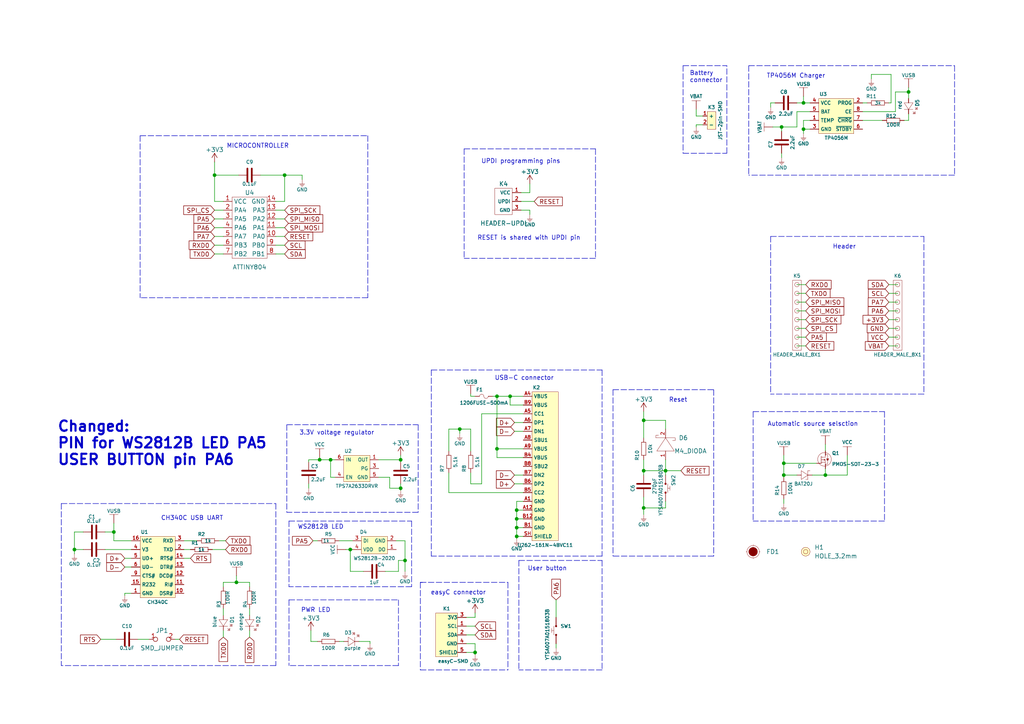
<source format=kicad_sch>
(kicad_sch (version 20210126) (generator eeschema)
  (paper "A4")
  (lib_symbols
    (symbol "e-radionica.com schematics:0402LED" (pin_numbers hide) (pin_names (offset 0.254) hide)
      (property "Reference" "D" (at -0.635 2.54 0))
      (property "Value" "0402LED" (at 0 -2.54 0))
      (symbol "0402LED_1_1"
        (pin passive line (at -1.905 0 0) (length 1.27) (name "A") (number "1"))
        (pin passive line (at 2.54 0 180) (length 1.27) (name "K") (number "2"))
      )
    )
    (symbol "e-radionica.com schematics:0402LED_1" (pin_numbers hide) (pin_names (offset 0.254) hide)
      (property "Reference" "D" (at -0.635 2.54 0))
      (property "Value" "0402LED" (at 0 -2.54 0))
      (symbol "0402LED_1_1_1"
        (pin passive line (at -1.905 0 0) (length 1.27) (name "A") (number "1"))
        (pin passive line (at 2.54 0 180) (length 1.27) (name "K") (number "2"))
      )
    )
    (symbol "e-radionica.com schematics:0402LED_3" (pin_numbers hide) (pin_names (offset 0.254) hide)
      (property "Reference" "D" (at -0.635 2.54 0))
      (property "Value" "0402LED" (at 0 -2.54 0))
      (symbol "0402LED_3_1_1"
        (pin passive line (at -1.905 0 0) (length 1.27) (name "A") (number "1"))
        (pin passive line (at 2.54 0 180) (length 1.27) (name "K") (number "2"))
      )
    )
    (symbol "e-radionica.com schematics:0402R" (pin_numbers hide) (pin_names (offset 0.254))
      (property "Reference" "R" (at -1.905 1.27 0))
      (property "Value" "0402R" (at 0 -1.27 0))
      (symbol "0402R_1_1"
        (pin passive line (at -3.175 0 0) (length 1.27) (name "~") (number "1"))
        (pin passive line (at 3.175 0 180) (length 1.27) (name "~") (number "2"))
      )
    )
    (symbol "e-radionica.com schematics:0402R_1" (pin_numbers hide) (pin_names (offset 0.254))
      (property "Reference" "R" (at -1.905 1.27 0))
      (property "Value" "0402R" (at 0 -1.27 0))
      (symbol "0402R_1_1_1"
        (pin passive line (at -3.175 0 0) (length 1.27) (name "~") (number "1"))
        (pin passive line (at 3.175 0 180) (length 1.27) (name "~") (number "2"))
      )
    )
    (symbol "e-radionica.com schematics:0402R_2" (pin_numbers hide) (pin_names (offset 0.254))
      (property "Reference" "R" (at -1.905 1.27 0))
      (property "Value" "0402R" (at 0 -1.27 0))
      (symbol "0402R_2_1_1"
        (pin passive line (at -3.175 0 0) (length 1.27) (name "~") (number "1"))
        (pin passive line (at 3.175 0 180) (length 1.27) (name "~") (number "2"))
      )
    )
    (symbol "e-radionica.com schematics:0603C" (pin_numbers hide) (pin_names (offset 0.002))
      (property "Reference" "C" (at -0.635 3.175 0))
      (property "Value" "0603C" (at 0 -3.175 0))
      (symbol "0603C_1_1"
        (pin passive line (at 3.175 0 180) (length 2.54) (name "~") (number "2"))
        (pin passive line (at -3.175 0 0) (length 2.54) (name "~") (number "1"))
      )
    )
    (symbol "e-radionica.com schematics:0603C_3" (pin_numbers hide) (pin_names (offset 0.002))
      (property "Reference" "C" (at -0.635 3.175 0))
      (property "Value" "0603C" (at 0 -3.175 0))
      (symbol "0603C_3_1_1"
        (pin passive line (at 3.175 0 180) (length 2.54) (name "~") (number "2"))
        (pin passive line (at -3.175 0 0) (length 2.54) (name "~") (number "1"))
      )
    )
    (symbol "e-radionica.com schematics:0603C_4" (pin_numbers hide) (pin_names (offset 0.002))
      (property "Reference" "C" (at -0.635 3.175 0))
      (property "Value" "0603C" (at 0 -3.175 0))
      (symbol "0603C_4_1_1"
        (pin passive line (at 3.175 0 180) (length 2.54) (name "~") (number "2"))
        (pin passive line (at -3.175 0 0) (length 2.54) (name "~") (number "1"))
      )
    )
    (symbol "e-radionica.com schematics:0603C_5" (pin_numbers hide) (pin_names (offset 0.002))
      (property "Reference" "C" (at -0.635 3.175 0))
      (property "Value" "0603C" (at 0 -3.175 0))
      (symbol "0603C_5_1_1"
        (pin passive line (at 3.175 0 180) (length 2.54) (name "~") (number "2"))
        (pin passive line (at -3.175 0 0) (length 2.54) (name "~") (number "1"))
      )
    )
    (symbol "e-radionica.com schematics:0603R" (pin_numbers hide) (pin_names (offset 0.254))
      (property "Reference" "R" (at -1.905 1.905 0))
      (property "Value" "0603R" (at 0 -1.905 0))
      (symbol "0603R_1_1"
        (pin passive line (at -3.175 0 0) (length 1.27) (name "~") (number "1"))
        (pin passive line (at 3.175 0 180) (length 1.27) (name "~") (number "2"))
      )
    )
    (symbol "e-radionica.com schematics:0603R_1" (pin_numbers hide) (pin_names (offset 0.254))
      (property "Reference" "R" (at -1.905 1.905 0))
      (property "Value" "0603R" (at 0 -1.905 0))
      (symbol "0603R_1_1_1"
        (pin passive line (at -3.175 0 0) (length 1.27) (name "~") (number "1"))
        (pin passive line (at 3.175 0 180) (length 1.27) (name "~") (number "2"))
      )
    )
    (symbol "e-radionica.com schematics:0603R_2" (pin_numbers hide) (pin_names (offset 0.254))
      (property "Reference" "R" (at -1.905 1.905 0))
      (property "Value" "0603R" (at 0 -1.905 0))
      (symbol "0603R_2_1_1"
        (pin passive line (at -3.175 0 0) (length 1.27) (name "~") (number "1"))
        (pin passive line (at 3.175 0 180) (length 1.27) (name "~") (number "2"))
      )
    )
    (symbol "e-radionica.com schematics:0603R_3" (pin_numbers hide) (pin_names (offset 0.254))
      (property "Reference" "R" (at -1.905 1.905 0))
      (property "Value" "0603R" (at 0 -1.905 0))
      (symbol "0603R_3_1_1"
        (pin passive line (at -3.175 0 0) (length 1.27) (name "~") (number "1"))
        (pin passive line (at 3.175 0 180) (length 1.27) (name "~") (number "2"))
      )
    )
    (symbol "e-radionica.com schematics:0603R_4" (pin_numbers hide) (pin_names (offset 0.254))
      (property "Reference" "R" (at -1.905 1.905 0))
      (property "Value" "0603R" (at 0 -1.905 0))
      (symbol "0603R_4_1_1"
        (pin passive line (at -3.175 0 0) (length 1.27) (name "~") (number "1"))
        (pin passive line (at 3.175 0 180) (length 1.27) (name "~") (number "2"))
      )
    )
    (symbol "e-radionica.com schematics:0603R_5" (pin_numbers hide) (pin_names (offset 0.254))
      (property "Reference" "R" (at -1.905 1.905 0))
      (property "Value" "0603R" (at 0 -1.905 0))
      (symbol "0603R_5_1_1"
        (pin passive line (at -3.175 0 0) (length 1.27) (name "~") (number "1"))
        (pin passive line (at 3.175 0 180) (length 1.27) (name "~") (number "2"))
      )
    )
    (symbol "e-radionica.com schematics:1206FUSE" (pin_numbers hide) (pin_names hide)
      (property "Reference" "F" (at -1.27 1.905 0))
      (property "Value" "1206FUSE" (at 0 -1.905 0))
      (symbol "1206FUSE_1_1"
        (pin passive line (at -2.54 0 0) (length 1.27) (name "~") (number "1"))
        (pin passive line (at 2.54 0 180) (length 1.27) (name "~") (number "2"))
      )
    )
    (symbol "e-radionica.com schematics:ATTINY1604-SSNR"
      (property "Reference" "U" (at 0 10.16 0))
      (property "Value" "ATTINY1604-SSNR" (at 0 -10.16 0))
      (symbol "ATTINY1604-SSNR_1_1"
        (pin passive line (at -7.62 -7.62 0) (length 2.54) (name "PB2") (number "7"))
        (pin passive line (at -7.62 -5.08 0) (length 2.54) (name "PB3") (number "6"))
        (pin passive line (at -7.62 -2.54 0) (length 2.54) (name "PA7") (number "5"))
        (pin passive line (at -7.62 0 0) (length 2.54) (name "PA6") (number "4"))
        (pin passive line (at -7.62 2.54 0) (length 2.54) (name "PA5") (number "3"))
        (pin passive line (at -7.62 5.08 0) (length 2.54) (name "PA4") (number "2"))
        (pin passive line (at -7.62 7.62 0) (length 2.54) (name "VCC") (number "1"))
        (pin passive line (at 7.62 -7.62 180) (length 2.54) (name "PB1") (number "8"))
        (pin passive line (at 7.62 -5.08 180) (length 2.54) (name "PB0") (number "9"))
        (pin passive line (at 7.62 -2.54 180) (length 2.54) (name "PA0") (number "10"))
        (pin passive line (at 7.62 0 180) (length 2.54) (name "PA1") (number "11"))
        (pin passive line (at 7.62 2.54 180) (length 2.54) (name "PA2") (number "12"))
        (pin passive line (at 7.62 5.08 180) (length 2.54) (name "PA3") (number "13"))
        (pin passive line (at 7.62 7.62 180) (length 2.54) (name "GND") (number "14"))
      )
    )
    (symbol "e-radionica.com schematics:BAT20J" (pin_numbers hide) (pin_names hide)
      (property "Reference" "D" (at 0 2.54 0))
      (property "Value" "BAT20J" (at 0 -2.54 0))
      (symbol "BAT20J_1_1"
        (pin passive line (at -1.905 0 0) (length 1.27) (name "A") (number "1"))
        (pin passive line (at 2.54 0 180) (length 1.27) (name "K") (number "2"))
      )
    )
    (symbol "e-radionica.com schematics:CH340C"
      (property "Reference" "U" (at -3.81 10.16 0))
      (property "Value" "CH340C" (at 0 -10.16 0))
      (symbol "CH340C_1_1"
        (pin passive line (at -7.62 7.62 0) (length 2.54) (name "VCC") (number "16"))
        (pin passive line (at -7.62 5.08 0) (length 2.54) (name "V3") (number "4"))
        (pin passive line (at -7.62 2.54 0) (length 2.54) (name "UD+") (number "5"))
        (pin passive line (at -7.62 0 0) (length 2.54) (name "UD-") (number "6"))
        (pin passive line (at -7.62 -2.54 0) (length 2.54) (name "CTS#") (number "9"))
        (pin passive line (at -7.62 -5.08 0) (length 2.54) (name "R232") (number "15"))
        (pin passive line (at -7.62 -7.62 0) (length 2.54) (name "GND") (number "1"))
        (pin passive line (at 7.62 -7.62 180) (length 2.54) (name "DSR#") (number "10"))
        (pin passive line (at 7.62 -5.08 180) (length 2.54) (name "RI#") (number "11"))
        (pin passive line (at 7.62 -2.54 180) (length 2.54) (name "DCD#") (number "12"))
        (pin passive line (at 7.62 0 180) (length 2.54) (name "DTR#") (number "13"))
        (pin passive line (at 7.62 2.54 180) (length 2.54) (name "RTS#") (number "14"))
        (pin passive line (at 7.62 5.08 180) (length 2.54) (name "TXD") (number "2"))
        (pin passive line (at 7.62 7.62 180) (length 2.54) (name "RXD") (number "3"))
      )
    )
    (symbol "e-radionica.com schematics:Fiducial_Stencil" (pin_numbers hide) (pin_names hide)
      (property "Reference" "FD?" (at 0 3.048 0))
    )
    (symbol "e-radionica.com schematics:GND" (power) (pin_names (offset 0))
      (property "Value" "GND" (at 0 -2.921 0))
      (symbol "GND_1_1"
        (pin power_in line (at 0 0 270) (length 0) hide (name "GND") (number "1"))
      )
    )
    (symbol "e-radionica.com schematics:GND_1" (power) (pin_names (offset 0))
      (property "Value" "GND" (at 0 -2.921 0))
      (symbol "GND_1_1_1"
        (pin power_in line (at 0 0 270) (length 0) hide (name "GND") (number "1"))
      )
    )
    (symbol "e-radionica.com schematics:GND_2" (power) (pin_names (offset 0))
      (property "Value" "GND" (at 0 -2.921 0))
      (symbol "GND_2_1_1"
        (pin power_in line (at 0 0 270) (length 0) hide (name "GND") (number "1"))
      )
    )
    (symbol "e-radionica.com schematics:GND_3" (power) (pin_names (offset 0))
      (property "Value" "GND" (at 0 -2.921 0))
      (symbol "GND_3_1_1"
        (pin power_in line (at 0 0 270) (length 0) hide (name "GND") (number "1"))
      )
    )
    (symbol "e-radionica.com schematics:GND_4" (power) (pin_names (offset 0))
      (property "Value" "GND" (at 0 -2.921 0))
      (symbol "GND_4_1_1"
        (pin power_in line (at 0 0 270) (length 0) hide (name "GND") (number "1"))
      )
    )
    (symbol "e-radionica.com schematics:GND_5" (power) (pin_names (offset 0))
      (property "Value" "GND" (at 0 -2.921 0))
      (symbol "GND_5_1_1"
        (pin power_in line (at 0 0 270) (length 0) hide (name "GND") (number "1"))
      )
    )
    (symbol "e-radionica.com schematics:GND_7" (power) (pin_names (offset 0))
      (property "Value" "GND" (at 0 -2.921 0))
      (symbol "GND_7_1_1"
        (pin power_in line (at 0 0 270) (length 0) hide (name "GND") (number "1"))
      )
    )
    (symbol "e-radionica.com schematics:GND_8" (power) (pin_names (offset 0))
      (property "Value" "GND" (at 0 -2.921 0))
      (symbol "GND_8_1_1"
        (pin power_in line (at 0 0 270) (length 0) hide (name "GND") (number "1"))
      )
    )
    (symbol "e-radionica.com schematics:HEADER-UPDI"
      (property "Reference" "K" (at -1.27 5.08 0))
      (property "Value" "HEADER-UPDI" (at 0 -5.08 0))
      (symbol "HEADER-UPDI_1_1"
        (pin power_in line (at 5.08 2.54 180) (length 2.54) (name "VCC") (number "1"))
        (pin bidirectional line (at 5.08 0 180) (length 2.54) (name "UPDI") (number "2"))
        (pin power_in line (at 5.08 -2.54 180) (length 2.54) (name "GND") (number "3"))
      )
    )
    (symbol "e-radionica.com schematics:HEADER_MALE_8X1" (pin_numbers hide) (pin_names hide)
      (property "Reference" "K" (at -0.635 12.7 0))
      (property "Value" "HEADER_MALE_8X1" (at 0.635 -10.16 0))
      (symbol "HEADER_MALE_8X1_1_1"
        (pin passive line (at 0 -7.62 180) (length 0) (name "~") (number "1"))
        (pin passive line (at 0 -5.08 180) (length 0) (name "~") (number "2"))
        (pin passive line (at 0 -2.54 180) (length 0) (name "~") (number "3"))
        (pin passive line (at 0 0 180) (length 0) (name "~") (number "4"))
        (pin passive line (at 0 2.54 180) (length 0) (name "~") (number "5"))
        (pin passive line (at 0 5.08 180) (length 0) (name "~") (number "6"))
        (pin passive line (at 0 7.62 180) (length 0) (name "~") (number "7"))
        (pin passive line (at 0 10.16 180) (length 0) (name "~") (number "8"))
      )
    )
    (symbol "e-radionica.com schematics:HOLE_3.2mm" (pin_numbers hide) (pin_names hide)
      (property "Reference" "H" (at 0 2.54 0))
      (property "Value" "HOLE_3.2mm" (at 0 -2.54 0))
    )
    (symbol "e-radionica.com schematics:JST-2pin-SMD"
      (property "Reference" "K" (at -1.27 5.08 0))
      (property "Value" "JST-2pin-SMD" (at 0 -2.54 0))
      (symbol "JST-2pin-SMD_1_1"
        (pin passive line (at 1.27 0 180) (length 1.27) (name "+") (number "1"))
        (pin passive line (at 1.27 2.54 180) (length 1.27) (name "-") (number "2"))
      )
    )
    (symbol "e-radionica.com schematics:M4_DIODA" (pin_names hide)
      (property "Reference" "D" (at 0 3.81 0))
      (property "Value" "M4_DIODA" (at 0 -4.572 0))
      (symbol "M4_DIODA_1_1"
        (pin passive line (at -5.08 0 0) (length 2.54) (name "A") (number "1"))
        (pin passive line (at 3.81 0 180) (length 2.54) (name "K") (number "2"))
      )
    )
    (symbol "e-radionica.com schematics:PMOS-SOT-23-3" (pin_numbers hide) (pin_names hide)
      (property "Reference" "Q" (at -0.762 3.302 0))
      (property "Value" "PMOS-SOT-23-3" (at 0.381 -4.064 0))
      (symbol "PMOS-SOT-23-3_1_1"
        (pin passive line (at -1.27 -1.016 0) (length 1.27) (name "G") (number "1"))
        (pin passive line (at 1.27 -2.54 90) (length 1.27) (name "S") (number "2"))
        (pin passive line (at 1.27 2.54 270) (length 1.27) (name "D") (number "3"))
      )
    )
    (symbol "e-radionica.com schematics:SMD_JUMPER"
      (property "Reference" "JP" (at 0 1.397 0))
      (property "Value" "SMD_JUMPER" (at 0.508 -3.048 0))
      (symbol "SMD_JUMPER_1_1"
        (pin passive inverted (at -3.81 0 0) (length 2.54) (name "") (number "1"))
        (pin passive inverted (at 3.81 0 180) (length 2.54) (name "") (number "2"))
      )
    )
    (symbol "e-radionica.com schematics:TP4056M"
      (property "Reference" "U" (at -3.81 5.08 0))
      (property "Value" "TP4056M" (at 0 -7.62 0))
      (symbol "TP4056M_1_1"
        (pin passive line (at -7.62 2.54 0) (length 2.54) (name "VCC") (number "4"))
        (pin passive line (at -7.62 0 0) (length 2.54) (name "BAT") (number "5"))
        (pin passive line (at -7.62 -2.54 0) (length 2.54) (name "TEMP") (number "1"))
        (pin passive line (at -7.62 -5.08 0) (length 2.54) (name "GND") (number "3"))
        (pin passive line (at 7.62 -5.08 180) (length 2.54) (name "~STDBY") (number "6"))
        (pin passive line (at 7.62 -2.54 180) (length 2.54) (name "~CHRG") (number "7"))
        (pin passive line (at 7.62 0 180) (length 2.54) (name "CE") (number "8"))
        (pin passive line (at 7.62 2.54 180) (length 2.54) (name "PROG") (number "2"))
      )
    )
    (symbol "e-radionica.com schematics:TPS7A2633DRVR"
      (property "Reference" "U" (at -3.175 5.08 0))
      (property "Value" "TPS7A2633DRVR" (at 0 -5.08 0))
      (symbol "TPS7A2633DRVR_1_1"
        (pin passive line (at 6.35 2.54 180) (length 2.54) (name "OUT") (number "1"))
        (pin passive line (at 6.35 0 180) (length 2.54) (name "PG") (number "3"))
        (pin passive line (at 6.35 -2.54 180) (length 2.54) (name "GND") (number "5"))
        (pin passive line (at -6.35 2.54 0) (length 2.54) (name "IN") (number "6"))
        (pin passive line (at -6.35 -2.54 0) (length 2.54) (name "EN") (number "4"))
      )
    )
    (symbol "e-radionica.com schematics:U262-161N-4BVC11"
      (property "Reference" "K" (at 0 22.86 0))
      (property "Value" "U262-161N-4BVC11" (at 2.54 -22.86 0))
      (symbol "U262-161N-4BVC11_1_1"
        (pin passive line (at -3.81 20.32 0) (length 2.54) (name "VBUS") (number "A4"))
        (pin passive line (at -3.81 17.78 0) (length 2.54) (name "VBUS") (number "B9"))
        (pin passive line (at -3.81 15.24 0) (length 2.54) (name "CC1") (number "A5"))
        (pin passive line (at -3.81 12.7 0) (length 2.54) (name "DP1") (number "A6"))
        (pin passive line (at -3.81 10.16 0) (length 2.54) (name "DN1") (number "A7"))
        (pin passive line (at -3.81 7.62 0) (length 2.54) (name "SBU1") (number "A8"))
        (pin passive line (at -3.81 5.08 0) (length 2.54) (name "VBUS") (number "A9"))
        (pin passive line (at -3.81 2.54 0) (length 2.54) (name "VBUS") (number "B4"))
        (pin passive line (at -3.81 0 0) (length 2.54) (name "SBU2") (number "B8"))
        (pin passive line (at -3.81 -2.54 0) (length 2.54) (name "DN2") (number "B7"))
        (pin passive line (at -3.81 -5.08 0) (length 2.54) (name "DP2") (number "B6"))
        (pin passive line (at -3.81 -7.62 0) (length 2.54) (name "CC2") (number "B5"))
        (pin passive line (at -3.81 -10.16 0) (length 2.54) (name "GND") (number "A1"))
        (pin passive line (at -3.81 -12.7 0) (length 2.54) (name "GND") (number "A12"))
        (pin passive line (at -3.81 -15.24 0) (length 2.54) (name "GND") (number "B12"))
        (pin passive line (at -3.81 -17.78 0) (length 2.54) (name "GND") (number "B1"))
        (pin passive line (at -3.81 -20.32 0) (length 2.54) (name "SHIELD") (number "SH"))
      )
    )
    (symbol "e-radionica.com schematics:VBAT" (power) (pin_names (offset 0))
      (property "Value" "VBAT" (at 0 3.556 0))
      (symbol "VBAT_1_1"
        (pin power_in line (at 0 0 90) (length 0) hide (name "VBAT") (number "1"))
      )
    )
    (symbol "e-radionica.com schematics:VCC" (power) (pin_names (offset 0))
      (property "Value" "VCC" (at 0 3.556 0))
      (symbol "VCC_1_1"
        (pin power_in line (at 0 0 90) (length 0) hide (name "VCC") (number "1"))
      )
    )
    (symbol "e-radionica.com schematics:VUSB" (power) (pin_names (offset 0))
      (property "Value" "VUSB" (at 0 3.556 0))
      (symbol "VUSB_1_1"
        (pin power_in line (at 0 0 90) (length 0) hide (name "VUSB") (number "1"))
      )
    )
    (symbol "e-radionica.com schematics:VUSB_1" (power) (pin_names (offset 0))
      (property "Value" "VUSB" (at 0 3.556 0))
      (symbol "VUSB_1_1_1"
        (pin power_in line (at 0 0 90) (length 0) hide (name "VUSB") (number "1"))
      )
    )
    (symbol "e-radionica.com schematics:VUSB_2" (power) (pin_names (offset 0))
      (property "Value" "VUSB" (at 0 3.556 0))
      (symbol "VUSB_2_1_1"
        (pin power_in line (at 0 0 90) (length 0) hide (name "VUSB") (number "1"))
      )
    )
    (symbol "e-radionica.com schematics:VUSB_3" (power) (pin_names (offset 0))
      (property "Value" "VUSB" (at 0 3.556 0))
      (symbol "VUSB_3_1_1"
        (pin power_in line (at 0 0 90) (length 0) hide (name "VUSB") (number "1"))
      )
    )
    (symbol "e-radionica.com schematics:VUSB_4" (power) (pin_names (offset 0))
      (property "Value" "VUSB" (at 0 3.556 0))
      (symbol "VUSB_4_1_1"
        (pin power_in line (at 0 0 90) (length 0) hide (name "VUSB") (number "1"))
      )
    )
    (symbol "e-radionica.com schematics:WS2812B-2020"
      (property "Reference" "D" (at -2.54 3.81 0))
      (property "Value" "WS2812B-2020" (at 0 -3.81 0))
      (symbol "WS2812B-2020_1_1"
        (pin passive line (at -6.35 1.27 0) (length 2.54) (name "DI") (number "3"))
        (pin passive line (at -6.35 -1.27 0) (length 2.54) (name "VDD") (number "4"))
        (pin passive line (at 6.35 -1.27 180) (length 2.54) (name "DO") (number "1"))
        (pin passive line (at 6.35 1.27 180) (length 2.54) (name "GND") (number "2"))
      )
    )
    (symbol "e-radionica.com schematics:YTSA007A0151803B" (pin_numbers hide) (pin_names hide)
      (property "Reference" "SW" (at -1.016 2.286 0))
      (property "Value" "YTSA007A0151803B" (at 1.778 -2.032 0))
      (symbol "YTSA007A0151803B_1_1"
        (pin passive line (at -2.54 0 0) (length 2.54) (name "~") (number "1"))
        (pin passive line (at 5.08 0 180) (length 2.54) (name "~") (number "2"))
      )
    )
    (symbol "e-radionica.com schematics:easyC-SMD" (pin_names (offset 0.002))
      (property "Reference" "K" (at -2.54 10.16 0))
      (property "Value" "easyC-SMD" (at 0 -5.08 0))
      (symbol "easyC-SMD_1_1"
        (pin passive line (at 5.715 5.08 180) (length 2.54) (name "SCL") (number "1"))
        (pin passive line (at 5.715 2.54 180) (length 2.54) (name "SDA") (number "2"))
        (pin passive line (at 5.715 7.62 180) (length 2.54) (name "3V3") (number "3"))
        (pin passive line (at 5.715 0 180) (length 2.54) (name "GND") (number "4"))
        (pin passive line (at 5.715 -2.54 180) (length 2.54) (name "SHIELD") (number "5"))
      )
    )
    (symbol "power:+3V3" (power) (pin_names (offset 0))
      (property "Value" "+3V3" (at 0 3.556 0))
      (symbol "+3V3_1_1"
        (pin power_in line (at 0 0 90) (length 0) hide (name "+3V3") (number "1"))
      )
    )
  )
  (junction (at 21.59 159.385) (diameter 0.9144))
  (junction (at 33.02 154.305) (diameter 0.9144))
  (junction (at 62.23 50.8) (diameter 0.9144))
  (junction (at 68.58 168.91) (diameter 0.9144))
  (junction (at 82.55 50.8) (diameter 0.9144))
  (junction (at 92.71 133.35) (diameter 0.9144))
  (junction (at 95.885 133.35) (diameter 0.9144))
  (junction (at 101.6 159.385) (diameter 0.9144))
  (junction (at 116.205 133.35) (diameter 0.9144))
  (junction (at 116.205 141.605) (diameter 0.9144))
  (junction (at 117.475 162.56) (diameter 0.9144))
  (junction (at 133.35 124.46) (diameter 0.9144))
  (junction (at 137.795 189.23) (diameter 0.9144))
  (junction (at 144.145 114.935) (diameter 0.9144))
  (junction (at 144.145 130.175) (diameter 0.9144))
  (junction (at 147.955 114.935) (diameter 0.9144))
  (junction (at 149.86 147.955) (diameter 0.9144))
  (junction (at 149.86 150.495) (diameter 0.9144))
  (junction (at 149.86 153.035) (diameter 0.9144))
  (junction (at 149.86 155.575) (diameter 0.9144))
  (junction (at 186.69 121.92) (diameter 0.9144))
  (junction (at 186.69 136.525) (diameter 0.9144))
  (junction (at 186.69 147.32) (diameter 0.9144))
  (junction (at 193.04 136.525) (diameter 0.9144))
  (junction (at 226.695 36.83) (diameter 0.9144))
  (junction (at 227.33 134.366) (diameter 0.9144))
  (junction (at 227.33 137.795) (diameter 0.9144))
  (junction (at 233.045 29.845) (diameter 0.9144))
  (junction (at 233.045 37.465) (diameter 0.9144))
  (junction (at 239.395 137.795) (diameter 0.9144))
  (junction (at 263.525 26.67) (diameter 0.9144))
  (wire (pts (xy 21.59 154.305) (xy 21.59 159.385)))
  (wire (pts (xy 21.59 159.385) (xy 21.59 160.655)))
  (wire (pts (xy 24.13 154.305) (xy 21.59 154.305)))
  (wire (pts (xy 24.13 159.385) (xy 21.59 159.385)))
  (wire (pts (xy 29.21 185.42) (xy 33.655 185.42)))
  (wire (pts (xy 30.48 154.305) (xy 33.02 154.305)))
  (wire (pts (xy 30.48 159.385) (xy 38.1 159.385)))
  (wire (pts (xy 33.02 154.305) (xy 33.02 151.765)))
  (wire (pts (xy 33.02 156.845) (xy 33.02 154.305)))
  (wire (pts (xy 36.195 161.925) (xy 38.1 161.925)))
  (wire (pts (xy 36.195 164.465) (xy 38.1 164.465)))
  (wire (pts (xy 36.195 172.085) (xy 36.195 172.72)))
  (wire (pts (xy 38.1 156.845) (xy 33.02 156.845)))
  (wire (pts (xy 38.1 172.085) (xy 36.195 172.085)))
  (wire (pts (xy 40.005 185.42) (xy 43.18 185.42)))
  (wire (pts (xy 50.8 185.42) (xy 52.07 185.42)))
  (wire (pts (xy 53.34 156.845) (xy 57.15 156.845)))
  (wire (pts (xy 53.34 159.385) (xy 55.245 159.385)))
  (wire (pts (xy 53.34 161.925) (xy 55.245 161.925)))
  (wire (pts (xy 61.595 159.385) (xy 65.405 159.385)))
  (wire (pts (xy 62.23 46.99) (xy 62.23 50.8)))
  (wire (pts (xy 62.23 50.8) (xy 62.23 58.42)))
  (wire (pts (xy 62.23 50.8) (xy 69.215 50.8)))
  (wire (pts (xy 62.23 58.42) (xy 64.77 58.42)))
  (wire (pts (xy 62.23 60.96) (xy 64.77 60.96)))
  (wire (pts (xy 62.23 63.5) (xy 64.77 63.5)))
  (wire (pts (xy 62.23 66.04) (xy 64.77 66.04)))
  (wire (pts (xy 62.23 68.58) (xy 64.77 68.58)))
  (wire (pts (xy 62.23 71.12) (xy 64.77 71.12)))
  (wire (pts (xy 62.23 73.66) (xy 64.77 73.66)))
  (wire (pts (xy 63.5 156.845) (xy 65.405 156.845)))
  (wire (pts (xy 64.77 168.91) (xy 68.58 168.91)))
  (wire (pts (xy 64.77 170.18) (xy 64.77 168.91)))
  (wire (pts (xy 64.77 176.53) (xy 64.77 178.435)))
  (wire (pts (xy 64.77 182.88) (xy 64.77 184.785)))
  (wire (pts (xy 68.58 167.005) (xy 68.58 168.91)))
  (wire (pts (xy 72.39 168.91) (xy 68.58 168.91)))
  (wire (pts (xy 72.39 170.18) (xy 72.39 168.91)))
  (wire (pts (xy 72.39 176.53) (xy 72.39 178.435)))
  (wire (pts (xy 72.39 182.88) (xy 72.39 184.785)))
  (wire (pts (xy 75.565 50.8) (xy 82.55 50.8)))
  (wire (pts (xy 80.01 60.96) (xy 82.55 60.96)))
  (wire (pts (xy 80.01 63.5) (xy 82.55 63.5)))
  (wire (pts (xy 80.01 66.04) (xy 82.55 66.04)))
  (wire (pts (xy 80.01 68.58) (xy 82.55 68.58)))
  (wire (pts (xy 80.01 71.12) (xy 82.55 71.12)))
  (wire (pts (xy 80.01 73.66) (xy 82.55 73.66)))
  (wire (pts (xy 82.55 50.8) (xy 87.63 50.8)))
  (wire (pts (xy 82.55 58.42) (xy 80.01 58.42)))
  (wire (pts (xy 82.55 58.42) (xy 82.55 50.8)))
  (wire (pts (xy 87.63 50.8) (xy 87.63 52.07)))
  (wire (pts (xy 89.535 133.35) (xy 92.71 133.35)))
  (wire (pts (xy 89.535 133.985) (xy 89.535 133.35)))
  (wire (pts (xy 89.535 140.335) (xy 89.535 141.605)))
  (wire (pts (xy 90.17 186.055) (xy 90.17 182.88)))
  (wire (pts (xy 90.805 156.845) (xy 92.075 156.845)))
  (wire (pts (xy 92.075 186.055) (xy 90.17 186.055)))
  (wire (pts (xy 92.71 133.35) (xy 92.71 132.715)))
  (wire (pts (xy 95.885 133.35) (xy 92.71 133.35)))
  (wire (pts (xy 95.885 138.43) (xy 95.885 133.35)))
  (wire (pts (xy 97.155 133.35) (xy 95.885 133.35)))
  (wire (pts (xy 97.155 138.43) (xy 95.885 138.43)))
  (wire (pts (xy 98.425 156.845) (xy 102.235 156.845)))
  (wire (pts (xy 98.425 186.055) (xy 99.695 186.055)))
  (wire (pts (xy 100.33 159.385) (xy 101.6 159.385)))
  (wire (pts (xy 101.6 159.385) (xy 102.235 159.385)))
  (wire (pts (xy 101.6 165.735) (xy 101.6 159.385)))
  (wire (pts (xy 104.14 186.055) (xy 107.315 186.055)))
  (wire (pts (xy 105.41 165.735) (xy 101.6 165.735)))
  (wire (pts (xy 107.315 186.055) (xy 107.315 186.69)))
  (wire (pts (xy 109.855 133.35) (xy 116.205 133.35)))
  (wire (pts (xy 109.855 138.43) (xy 113.03 138.43)))
  (wire (pts (xy 111.76 165.735) (xy 115.57 165.735)))
  (wire (pts (xy 113.03 138.43) (xy 113.03 141.605)))
  (wire (pts (xy 113.03 141.605) (xy 116.205 141.605)))
  (wire (pts (xy 114.935 156.845) (xy 117.475 156.845)))
  (wire (pts (xy 115.57 162.56) (xy 117.475 162.56)))
  (wire (pts (xy 115.57 165.735) (xy 115.57 162.56)))
  (wire (pts (xy 116.205 132.08) (xy 116.205 133.35)))
  (wire (pts (xy 116.205 133.35) (xy 116.205 133.985)))
  (wire (pts (xy 116.205 140.335) (xy 116.205 141.605)))
  (wire (pts (xy 116.205 141.605) (xy 116.205 142.24)))
  (wire (pts (xy 117.475 156.845) (xy 117.475 162.56)))
  (wire (pts (xy 117.475 162.56) (xy 117.475 165.735)))
  (wire (pts (xy 130.175 124.46) (xy 130.175 130.81)))
  (wire (pts (xy 130.175 124.46) (xy 133.35 124.46)))
  (wire (pts (xy 130.175 137.16) (xy 130.175 142.875)))
  (wire (pts (xy 133.35 124.46) (xy 133.35 125.73)))
  (wire (pts (xy 133.35 124.46) (xy 136.525 124.46)))
  (wire (pts (xy 135.255 179.07) (xy 137.795 179.07)))
  (wire (pts (xy 135.255 181.61) (xy 137.795 181.61)))
  (wire (pts (xy 135.255 184.15) (xy 137.795 184.15)))
  (wire (pts (xy 135.255 186.69) (xy 137.795 186.69)))
  (wire (pts (xy 135.255 189.23) (xy 137.795 189.23)))
  (wire (pts (xy 136.525 114.935) (xy 136.525 114.3)))
  (wire (pts (xy 136.525 124.46) (xy 136.525 130.81)))
  (wire (pts (xy 136.525 137.16) (xy 136.525 140.335)))
  (wire (pts (xy 136.525 140.335) (xy 139.7 140.335)))
  (wire (pts (xy 137.795 114.935) (xy 136.525 114.935)))
  (wire (pts (xy 137.795 179.07) (xy 137.795 177.8)))
  (wire (pts (xy 137.795 186.69) (xy 137.795 189.23)))
  (wire (pts (xy 137.795 189.23) (xy 137.795 189.865)))
  (wire (pts (xy 139.7 120.015) (xy 151.765 120.015)))
  (wire (pts (xy 139.7 140.335) (xy 139.7 120.015)))
  (wire (pts (xy 142.875 114.935) (xy 144.145 114.935)))
  (wire (pts (xy 144.145 114.935) (xy 147.955 114.935)))
  (wire (pts (xy 144.145 130.175) (xy 144.145 114.935)))
  (wire (pts (xy 144.145 130.175) (xy 144.145 132.715)))
  (wire (pts (xy 144.145 130.175) (xy 151.765 130.175)))
  (wire (pts (xy 147.955 114.935) (xy 151.765 114.935)))
  (wire (pts (xy 147.955 117.475) (xy 147.955 114.935)))
  (wire (pts (xy 149.225 122.555) (xy 151.765 122.555)))
  (wire (pts (xy 149.225 125.095) (xy 151.765 125.095)))
  (wire (pts (xy 149.225 137.795) (xy 151.765 137.795)))
  (wire (pts (xy 149.225 140.335) (xy 151.765 140.335)))
  (wire (pts (xy 149.86 145.415) (xy 149.86 147.955)))
  (wire (pts (xy 149.86 147.955) (xy 149.86 150.495)))
  (wire (pts (xy 149.86 147.955) (xy 151.765 147.955)))
  (wire (pts (xy 149.86 150.495) (xy 149.86 153.035)))
  (wire (pts (xy 149.86 150.495) (xy 151.765 150.495)))
  (wire (pts (xy 149.86 153.035) (xy 149.86 155.575)))
  (wire (pts (xy 149.86 153.035) (xy 151.765 153.035)))
  (wire (pts (xy 149.86 155.575) (xy 149.86 156.21)))
  (wire (pts (xy 151.13 55.88) (xy 153.67 55.88)))
  (wire (pts (xy 151.13 58.42) (xy 154.94 58.42)))
  (wire (pts (xy 151.13 60.96) (xy 153.67 60.96)))
  (wire (pts (xy 151.765 117.475) (xy 147.955 117.475)))
  (wire (pts (xy 151.765 132.715) (xy 144.145 132.715)))
  (wire (pts (xy 151.765 142.875) (xy 130.175 142.875)))
  (wire (pts (xy 151.765 145.415) (xy 149.86 145.415)))
  (wire (pts (xy 151.765 155.575) (xy 149.86 155.575)))
  (wire (pts (xy 153.67 55.88) (xy 153.67 53.34)))
  (wire (pts (xy 153.67 60.96) (xy 153.67 62.23)))
  (wire (pts (xy 161.29 173.99) (xy 161.29 179.07)))
  (wire (pts (xy 161.29 186.69) (xy 161.29 187.96)))
  (wire (pts (xy 186.69 119.38) (xy 186.69 121.92)))
  (wire (pts (xy 186.69 121.92) (xy 186.69 127)))
  (wire (pts (xy 186.69 133.35) (xy 186.69 136.525)))
  (wire (pts (xy 186.69 136.525) (xy 186.69 137.795)))
  (wire (pts (xy 186.69 136.525) (xy 193.04 136.525)))
  (wire (pts (xy 186.69 144.145) (xy 186.69 147.32)))
  (wire (pts (xy 186.69 147.32) (xy 186.69 149.225)))
  (wire (pts (xy 186.69 147.32) (xy 193.04 147.32)))
  (wire (pts (xy 193.04 121.92) (xy 186.69 121.92)))
  (wire (pts (xy 193.04 124.46) (xy 193.04 121.92)))
  (wire (pts (xy 193.04 133.35) (xy 193.04 136.525)))
  (wire (pts (xy 193.04 136.525) (xy 193.04 137.795)))
  (wire (pts (xy 193.04 136.525) (xy 197.485 136.525)))
  (wire (pts (xy 193.04 145.415) (xy 193.04 147.32)))
  (wire (pts (xy 201.93 33.655) (xy 201.93 31.75)))
  (wire (pts (xy 201.93 36.195) (xy 201.93 36.83)))
  (wire (pts (xy 203.835 33.655) (xy 201.93 33.655)))
  (wire (pts (xy 203.835 36.195) (xy 201.93 36.195)))
  (wire (pts (xy 223.52 29.845) (xy 223.52 31.115)))
  (wire (pts (xy 224.155 36.83) (xy 226.695 36.83)))
  (wire (pts (xy 224.79 29.845) (xy 223.52 29.845)))
  (wire (pts (xy 226.695 36.83) (xy 226.695 38.1)))
  (wire (pts (xy 226.695 36.83) (xy 231.14 36.83)))
  (wire (pts (xy 226.695 44.45) (xy 226.695 45.72)))
  (wire (pts (xy 227.33 132.08) (xy 227.33 134.366)))
  (wire (pts (xy 227.33 134.366) (xy 227.33 137.795)))
  (wire (pts (xy 227.33 134.366) (xy 236.855 134.366)))
  (wire (pts (xy 227.33 137.795) (xy 227.33 138.43)))
  (wire (pts (xy 227.33 137.795) (xy 231.14 137.795)))
  (wire (pts (xy 227.33 144.78) (xy 227.33 146.05)))
  (wire (pts (xy 231.14 29.845) (xy 233.045 29.845)))
  (wire (pts (xy 231.14 32.385) (xy 231.14 36.83)))
  (wire (pts (xy 231.14 82.55) (xy 233.68 82.55)))
  (wire (pts (xy 231.14 85.09) (xy 233.68 85.09)))
  (wire (pts (xy 231.14 87.63) (xy 233.68 87.63)))
  (wire (pts (xy 231.14 90.17) (xy 233.68 90.17)))
  (wire (pts (xy 231.14 92.71) (xy 233.68 92.71)))
  (wire (pts (xy 231.14 95.25) (xy 233.68 95.25)))
  (wire (pts (xy 231.14 97.79) (xy 233.68 97.79)))
  (wire (pts (xy 231.14 100.33) (xy 233.68 100.33)))
  (wire (pts (xy 233.045 29.845) (xy 233.045 27.94)))
  (wire (pts (xy 233.045 34.925) (xy 233.045 37.465)))
  (wire (pts (xy 233.045 37.465) (xy 233.045 38.735)))
  (wire (pts (xy 234.95 29.845) (xy 233.045 29.845)))
  (wire (pts (xy 234.95 32.385) (xy 231.14 32.385)))
  (wire (pts (xy 234.95 34.925) (xy 233.045 34.925)))
  (wire (pts (xy 234.95 37.465) (xy 233.045 37.465)))
  (wire (pts (xy 235.585 137.795) (xy 239.395 137.795)))
  (wire (pts (xy 239.395 128.905) (xy 239.395 130.81)))
  (wire (pts (xy 239.395 137.795) (xy 239.395 135.89)))
  (wire (pts (xy 239.395 137.795) (xy 245.745 137.795)))
  (wire (pts (xy 245.745 132.08) (xy 245.745 137.795)))
  (wire (pts (xy 250.19 29.845) (xy 251.46 29.845)))
  (wire (pts (xy 250.19 32.385) (xy 259.715 32.385)))
  (wire (pts (xy 250.19 34.925) (xy 255.905 34.925)))
  (wire (pts (xy 252.73 21.59) (xy 252.73 22.86)))
  (wire (pts (xy 257.81 29.845) (xy 258.445 29.845)))
  (wire (pts (xy 257.81 82.55) (xy 260.35 82.55)))
  (wire (pts (xy 257.81 85.09) (xy 260.35 85.09)))
  (wire (pts (xy 257.81 87.63) (xy 260.35 87.63)))
  (wire (pts (xy 257.81 90.17) (xy 260.35 90.17)))
  (wire (pts (xy 257.81 92.71) (xy 260.35 92.71)))
  (wire (pts (xy 257.81 95.25) (xy 260.35 95.25)))
  (wire (pts (xy 257.81 97.79) (xy 260.35 97.79)))
  (wire (pts (xy 257.81 100.33) (xy 260.35 100.33)))
  (wire (pts (xy 258.445 21.59) (xy 252.73 21.59)))
  (wire (pts (xy 258.445 29.845) (xy 258.445 21.59)))
  (wire (pts (xy 259.715 26.67) (xy 263.525 26.67)))
  (wire (pts (xy 259.715 32.385) (xy 259.715 26.67)))
  (wire (pts (xy 262.255 34.925) (xy 263.525 34.925)))
  (wire (pts (xy 263.525 25.4) (xy 263.525 26.67)))
  (wire (pts (xy 263.525 26.67) (xy 263.525 28.575)))
  (wire (pts (xy 263.525 34.925) (xy 263.525 33.02)))
  (polyline (pts (xy 17.78 146.05) (xy 17.78 193.04)) (stroke (width 0) (type dash)))
  (polyline (pts (xy 17.78 146.05) (xy 80.01 146.05)) (stroke (width 0) (type dash)))
  (polyline (pts (xy 40.64 39.37) (xy 40.64 86.36)) (stroke (width 0) (type dash)))
  (polyline (pts (xy 40.64 39.37) (xy 106.68 39.37)) (stroke (width 0) (type dash)))
  (polyline (pts (xy 80.01 146.05) (xy 80.01 193.04)) (stroke (width 0) (type dash)))
  (polyline (pts (xy 80.01 193.04) (xy 17.78 193.04)) (stroke (width 0) (type dash)))
  (polyline (pts (xy 83.185 123.19) (xy 83.185 148.59)) (stroke (width 0) (type dash)))
  (polyline (pts (xy 83.185 123.19) (xy 121.285 123.19)) (stroke (width 0) (type dash)))
  (polyline (pts (xy 83.82 151.13) (xy 83.82 170.18)) (stroke (width 0) (type dash)))
  (polyline (pts (xy 83.82 151.13) (xy 119.38 151.13)) (stroke (width 0) (type dash)))
  (polyline (pts (xy 83.82 173.99) (xy 83.82 193.04)) (stroke (width 0) (type dash)))
  (polyline (pts (xy 83.82 173.99) (xy 115.57 173.99)) (stroke (width 0) (type dash)))
  (polyline (pts (xy 106.68 39.37) (xy 106.68 86.36)) (stroke (width 0) (type dash)))
  (polyline (pts (xy 106.68 86.36) (xy 40.64 86.36)) (stroke (width 0) (type dash)))
  (polyline (pts (xy 115.57 173.99) (xy 115.57 193.04)) (stroke (width 0) (type dash)))
  (polyline (pts (xy 115.57 193.04) (xy 83.82 193.04)) (stroke (width 0) (type dash)))
  (polyline (pts (xy 119.38 151.13) (xy 119.38 170.18)) (stroke (width 0) (type dash)))
  (polyline (pts (xy 119.38 170.18) (xy 83.82 170.18)) (stroke (width 0) (type dash)))
  (polyline (pts (xy 121.285 123.19) (xy 121.285 148.59)) (stroke (width 0) (type dash)))
  (polyline (pts (xy 121.285 148.59) (xy 83.185 148.59)) (stroke (width 0) (type dash)))
  (polyline (pts (xy 121.92 168.91) (xy 121.92 194.31)) (stroke (width 0) (type dash)))
  (polyline (pts (xy 121.92 168.91) (xy 147.32 168.91)) (stroke (width 0) (type dash)))
  (polyline (pts (xy 121.92 194.31) (xy 147.32 194.31)) (stroke (width 0) (type dash)))
  (polyline (pts (xy 122.555 168.91) (xy 121.92 168.91)) (stroke (width 0) (type dash)))
  (polyline (pts (xy 125.095 107.315) (xy 125.095 161.29)) (stroke (width 0) (type dash)))
  (polyline (pts (xy 125.095 107.315) (xy 174.625 107.315)) (stroke (width 0) (type dash)))
  (polyline (pts (xy 134.62 43.18) (xy 134.62 74.93)) (stroke (width 0) (type dash)))
  (polyline (pts (xy 134.62 43.18) (xy 172.72 43.18)) (stroke (width 0) (type dash)))
  (polyline (pts (xy 147.32 168.91) (xy 147.32 194.31)) (stroke (width 0) (type dash)))
  (polyline (pts (xy 150.495 162.56) (xy 150.495 194.31)) (stroke (width 0) (type dash)))
  (polyline (pts (xy 150.495 162.56) (xy 174.625 162.56)) (stroke (width 0) (type dash)))
  (polyline (pts (xy 172.72 43.18) (xy 172.72 74.93)) (stroke (width 0) (type dash)))
  (polyline (pts (xy 172.72 74.93) (xy 134.62 74.93)) (stroke (width 0) (type dash)))
  (polyline (pts (xy 174.625 107.315) (xy 174.625 161.29)) (stroke (width 0) (type dash)))
  (polyline (pts (xy 174.625 161.29) (xy 125.095 161.29)) (stroke (width 0) (type dash)))
  (polyline (pts (xy 174.625 162.56) (xy 174.625 194.31)) (stroke (width 0) (type dash)))
  (polyline (pts (xy 174.625 194.31) (xy 150.495 194.31)) (stroke (width 0) (type dash)))
  (polyline (pts (xy 177.8 113.03) (xy 177.8 161.29)) (stroke (width 0) (type dash)))
  (polyline (pts (xy 177.8 113.03) (xy 207.01 113.03)) (stroke (width 0) (type dash)))
  (polyline (pts (xy 198.12 19.05) (xy 198.12 44.45)) (stroke (width 0) (type dash)))
  (polyline (pts (xy 198.12 19.05) (xy 210.82 19.05)) (stroke (width 0) (type dash)))
  (polyline (pts (xy 198.12 44.45) (xy 210.82 44.45)) (stroke (width 0) (type dash)))
  (polyline (pts (xy 207.01 113.03) (xy 207.01 161.29)) (stroke (width 0) (type dash)))
  (polyline (pts (xy 207.01 161.29) (xy 177.8 161.29)) (stroke (width 0) (type dash)))
  (polyline (pts (xy 210.82 44.45) (xy 210.82 19.05)) (stroke (width 0) (type dash)))
  (polyline (pts (xy 217.17 19.05) (xy 217.17 50.8)) (stroke (width 0) (type dash)))
  (polyline (pts (xy 217.17 19.05) (xy 276.86 19.05)) (stroke (width 0) (type dash)))
  (polyline (pts (xy 218.44 119.38) (xy 218.44 151.13)) (stroke (width 0) (type dash)))
  (polyline (pts (xy 218.44 119.38) (xy 256.54 119.38)) (stroke (width 0) (type dash)))
  (polyline (pts (xy 223.52 68.58) (xy 223.52 114.3)) (stroke (width 0) (type dash)))
  (polyline (pts (xy 223.52 68.58) (xy 267.97 68.58)) (stroke (width 0) (type dash)))
  (polyline (pts (xy 256.54 119.38) (xy 256.54 151.13)) (stroke (width 0) (type dash)))
  (polyline (pts (xy 256.54 151.13) (xy 218.44 151.13)) (stroke (width 0) (type dash)))
  (polyline (pts (xy 267.97 68.58) (xy 267.97 114.3)) (stroke (width 0) (type dash)))
  (polyline (pts (xy 267.97 114.3) (xy 223.52 114.3)) (stroke (width 0) (type dash)))
  (polyline (pts (xy 276.86 19.05) (xy 276.86 50.8)) (stroke (width 0) (type dash)))
  (polyline (pts (xy 276.86 50.8) (xy 217.17 50.8)) (stroke (width 0) (type dash)))
  (text "Changed:\nPIN for WS2812B LED PA5\nUSER BUTTON pin PA6" (at 16.51 135.255 0) (effects (font (size 3 3) (thickness 0.6) bold) (justify left bottom)))
  (text "CH340C USB UART" (at 64.77 151.13 180) (effects (font (size 1.27 1.27)) (justify right bottom)))
  (text "MICROCONTROLLER" (at 83.82 43.18 180) (effects (font (size 1.27 1.27)) (justify right bottom)))
  (text "PWR LED" (at 95.885 177.8 180) (effects (font (size 1.27 1.27)) (justify right bottom)))
  (text "WS2812B LED" (at 99.695 153.67 180) (effects (font (size 1.27 1.27)) (justify right bottom)))
  (text "3.3V voltage regulator" (at 108.585 126.365 180) (effects (font (size 1.27 1.27)) (justify right bottom)))
  (text "RESET is shared with UPDI pin" (at 138.43 69.85 0) (effects (font (size 1.27 1.27)) (justify left bottom)))
  (text "easyC connector" (at 140.97 172.72 180) (effects (font (size 1.27 1.27)) (justify right bottom)))
  (text "USB-C connector" (at 160.655 110.49 180) (effects (font (size 1.27 1.27)) (justify right bottom)))
  (text "UPDI programming pins" (at 162.56 47.625 180) (effects (font (size 1.27 1.27)) (justify right bottom)))
  (text "User button\n" (at 164.465 165.735 180) (effects (font (size 1.27 1.27)) (justify right bottom)))
  (text "Reset" (at 199.39 116.84 180) (effects (font (size 1.27 1.27)) (justify right bottom)))
  (text "Battery\nconnector" (at 200.025 24.13 0) (effects (font (size 1.27 1.27)) (justify left bottom)))
  (text "TP4056M Charger\n" (at 239.395 22.86 180) (effects (font (size 1.27 1.27)) (justify right bottom)))
  (text "Header" (at 248.285 72.39 180) (effects (font (size 1.27 1.27)) (justify right bottom)))
  (text "Automatic source selsction" (at 248.92 123.825 180) (effects (font (size 1.27 1.27)) (justify right bottom)))
  (global_label "RTS" (shape input) (at 29.21 185.42 180) (property "Intersheet References" "${INTERSHEET_REFS}" (effects hide)))
  (global_label "D+" (shape input) (at 36.195 161.925 180) (property "Intersheet References" "${INTERSHEET_REFS}" (effects hide)))
  (global_label "D-" (shape input) (at 36.195 164.465 180) (property "Intersheet References" "${INTERSHEET_REFS}" (effects hide)))
  (global_label "RESET" (shape input) (at 52.07 185.42 0) (property "Intersheet References" "${INTERSHEET_REFS}" (effects hide)))
  (global_label "RTS" (shape input) (at 55.245 161.925 0) (property "Intersheet References" "${INTERSHEET_REFS}" (effects hide)))
  (global_label "SPI_CS" (shape input) (at 62.23 60.96 180) (property "Intersheet References" "${INTERSHEET_REFS}" (effects hide)))
  (global_label "PA5" (shape input) (at 62.23 63.5 180) (property "Intersheet References" "${INTERSHEET_REFS}" (effects hide)))
  (global_label "PA6" (shape input) (at 62.23 66.04 180) (property "Intersheet References" "${INTERSHEET_REFS}" (effects hide)))
  (global_label "PA7" (shape input) (at 62.23 68.58 180) (property "Intersheet References" "${INTERSHEET_REFS}" (effects hide)))
  (global_label "RXD0" (shape input) (at 62.23 71.12 180) (property "Intersheet References" "${INTERSHEET_REFS}" (effects hide)))
  (global_label "TXD0" (shape input) (at 62.23 73.66 180) (property "Intersheet References" "${INTERSHEET_REFS}" (effects hide)))
  (global_label "TXD0" (shape input) (at 64.77 184.785 270) (property "Intersheet References" "${INTERSHEET_REFS}" (effects hide)))
  (global_label "TXD0" (shape input) (at 65.405 156.845 0) (property "Intersheet References" "${INTERSHEET_REFS}" (effects hide)))
  (global_label "RXD0" (shape input) (at 65.405 159.385 0) (property "Intersheet References" "${INTERSHEET_REFS}" (effects hide)))
  (global_label "RXD0" (shape input) (at 72.39 184.785 270) (property "Intersheet References" "${INTERSHEET_REFS}" (effects hide)))
  (global_label "SPI_SCK" (shape input) (at 82.55 60.96 0) (property "Intersheet References" "${INTERSHEET_REFS}" (effects hide)))
  (global_label "SPI_MISO" (shape input) (at 82.55 63.5 0) (property "Intersheet References" "${INTERSHEET_REFS}" (effects hide)))
  (global_label "SPI_MOSI" (shape input) (at 82.55 66.04 0) (property "Intersheet References" "${INTERSHEET_REFS}" (effects hide)))
  (global_label "RESET" (shape input) (at 82.55 68.58 0) (property "Intersheet References" "${INTERSHEET_REFS}" (effects hide)))
  (global_label "SCL" (shape input) (at 82.55 71.12 0) (property "Intersheet References" "${INTERSHEET_REFS}" (effects hide)))
  (global_label "SDA" (shape input) (at 82.55 73.66 0) (property "Intersheet References" "${INTERSHEET_REFS}" (effects hide)))
  (global_label "PA5" (shape input) (at 90.805 156.845 180) (property "Intersheet References" "${INTERSHEET_REFS}" (effects hide)))
  (global_label "SCL" (shape input) (at 137.795 181.61 0) (property "Intersheet References" "${INTERSHEET_REFS}" (effects hide)))
  (global_label "SDA" (shape input) (at 137.795 184.15 0) (property "Intersheet References" "${INTERSHEET_REFS}" (effects hide)))
  (global_label "D+" (shape input) (at 149.225 122.555 180) (property "Intersheet References" "${INTERSHEET_REFS}" (effects hide)))
  (global_label "D-" (shape input) (at 149.225 125.095 180) (property "Intersheet References" "${INTERSHEET_REFS}" (effects hide)))
  (global_label "D-" (shape input) (at 149.225 137.795 180) (property "Intersheet References" "${INTERSHEET_REFS}" (effects hide)))
  (global_label "D+" (shape input) (at 149.225 140.335 180) (property "Intersheet References" "${INTERSHEET_REFS}" (effects hide)))
  (global_label "RESET" (shape input) (at 154.94 58.42 0) (property "Intersheet References" "${INTERSHEET_REFS}" (effects hide)))
  (global_label "PA6" (shape input) (at 161.29 173.99 90) (property "Intersheet References" "${INTERSHEET_REFS}" (effects hide)))
  (global_label "RESET" (shape input) (at 197.485 136.525 0) (property "Intersheet References" "${INTERSHEET_REFS}" (effects hide)))
  (global_label "RXD0" (shape input) (at 233.68 82.55 0) (property "Intersheet References" "${INTERSHEET_REFS}" (effects hide)))
  (global_label "TXD0" (shape input) (at 233.68 85.09 0) (property "Intersheet References" "${INTERSHEET_REFS}" (effects hide)))
  (global_label "SPI_MISO" (shape input) (at 233.68 87.63 0) (property "Intersheet References" "${INTERSHEET_REFS}" (effects hide)))
  (global_label "SPI_MOSI" (shape input) (at 233.68 90.17 0) (property "Intersheet References" "${INTERSHEET_REFS}" (effects hide)))
  (global_label "SPI_SCK" (shape input) (at 233.68 92.71 0) (property "Intersheet References" "${INTERSHEET_REFS}" (effects hide)))
  (global_label "SPI_CS" (shape input) (at 233.68 95.25 0) (property "Intersheet References" "${INTERSHEET_REFS}" (effects hide)))
  (global_label "PA5" (shape input) (at 233.68 97.79 0) (property "Intersheet References" "${INTERSHEET_REFS}" (effects hide)))
  (global_label "RESET" (shape input) (at 233.68 100.33 0) (property "Intersheet References" "${INTERSHEET_REFS}" (effects hide)))
  (global_label "SDA" (shape input) (at 257.81 82.55 180) (property "Intersheet References" "${INTERSHEET_REFS}" (effects hide)))
  (global_label "SCL" (shape input) (at 257.81 85.09 180) (property "Intersheet References" "${INTERSHEET_REFS}" (effects hide)))
  (global_label "PA7" (shape input) (at 257.81 87.63 180) (property "Intersheet References" "${INTERSHEET_REFS}" (effects hide)))
  (global_label "PA6" (shape input) (at 257.81 90.17 180) (property "Intersheet References" "${INTERSHEET_REFS}" (effects hide)))
  (global_label "+3V3" (shape input) (at 257.81 92.71 180) (property "Intersheet References" "${INTERSHEET_REFS}" (effects hide)))
  (global_label "GND" (shape input) (at 257.81 95.25 180) (property "Intersheet References" "${INTERSHEET_REFS}" (effects hide)))
  (global_label "VCC" (shape input) (at 257.81 97.79 180) (property "Intersheet References" "${INTERSHEET_REFS}" (effects hide)))
  (global_label "VBAT" (shape input) (at 257.81 100.33 180) (property "Intersheet References" "${INTERSHEET_REFS}" (effects hide)))
  (symbol (lib_name "e-radionica.com schematics:GND_2") (lib_id "e-radionica.com schematics:GND") (at 21.59 160.655 0) (unit 1)
    (property "Reference" "#PWR01" (effects hide))
    (property "Value" "GND" (at 21.59 163.576 0) (effects (font (size 1 1))))
  )
  (symbol (lib_name "e-radionica.com schematics:GND_7") (lib_id "e-radionica.com schematics:GND") (at 36.195 172.72 0) (unit 1)
    (property "Reference" "#PWR03" (effects hide))
    (property "Value" "GND" (at 36.195 175.641 0) (effects (font (size 1 1))))
  )
  (symbol (lib_name "e-radionica.com schematics:GND_4") (lib_id "e-radionica.com schematics:GND") (at 87.63 52.07 0) (unit 1)
    (property "Reference" "#PWR0106" (effects hide))
    (property "Value" "GND" (at 87.63 54.991 0) (effects (font (size 1 1))))
  )
  (symbol (lib_name "e-radionica.com schematics:GND_3") (lib_id "e-radionica.com schematics:GND") (at 89.535 141.605 0) (unit 1)
    (property "Reference" "#PWR05" (effects hide))
    (property "Value" "GND" (at 89.535 144.526 0) (effects (font (size 1 1))))
  )
  (symbol (lib_name "e-radionica.com schematics:GND_3") (lib_id "e-radionica.com schematics:GND") (at 107.315 186.69 0) (unit 1)
    (property "Reference" "#PWR09" (effects hide))
    (property "Value" "GND" (at 107.315 189.611 0) (effects (font (size 1 1))))
  )
  (symbol (lib_name "e-radionica.com schematics:GND_3") (lib_id "e-radionica.com schematics:GND") (at 116.205 142.24 0) (unit 1)
    (property "Reference" "#PWR011" (effects hide))
    (property "Value" "GND" (at 116.205 145.161 0) (effects (font (size 1 1))))
  )
  (symbol (lib_id "e-radionica.com schematics:GND") (at 117.475 165.735 0) (unit 1)
    (property "Reference" "#PWR012" (effects hide))
    (property "Value" "GND" (at 117.475 168.656 0) (effects (font (size 1 1))))
  )
  (symbol (lib_name "e-radionica.com schematics:GND_5") (lib_id "e-radionica.com schematics:GND") (at 133.35 125.73 0) (unit 1)
    (property "Reference" "#PWR013" (effects hide))
    (property "Value" "GND" (at 133.35 128.651 0) (effects (font (size 1 1))))
  )
  (symbol (lib_name "e-radionica.com schematics:GND_3") (lib_id "e-radionica.com schematics:GND") (at 137.795 189.865 0) (unit 1)
    (property "Reference" "#PWR016" (effects hide))
    (property "Value" "GND" (at 137.795 192.786 0) (effects (font (size 1 1))))
  )
  (symbol (lib_name "e-radionica.com schematics:GND_1") (lib_id "e-radionica.com schematics:GND") (at 149.86 156.21 0) (unit 1)
    (property "Reference" "#PWR017" (effects hide))
    (property "Value" "GND" (at 149.86 159.131 0) (effects (font (size 1 1))))
  )
  (symbol (lib_name "e-radionica.com schematics:GND_4") (lib_id "e-radionica.com schematics:GND") (at 153.67 62.23 0) (unit 1)
    (property "Reference" "#PWR0108" (effects hide))
    (property "Value" "GND" (at 153.67 65.151 0) (effects (font (size 1 1))))
  )
  (symbol (lib_id "e-radionica.com schematics:GND") (at 161.29 187.96 0) (unit 1)
    (property "Reference" "#PWR018" (effects hide))
    (property "Value" "GND" (at 161.29 190.881 0) (effects (font (size 1 1))))
  )
  (symbol (lib_name "e-radionica.com schematics:GND_4") (lib_id "e-radionica.com schematics:GND") (at 186.69 149.225 0) (unit 1)
    (property "Reference" "#PWR021" (effects hide))
    (property "Value" "GND" (at 186.69 152.146 0) (effects (font (size 1 1))))
  )
  (symbol (lib_id "e-radionica.com schematics:GND") (at 201.93 36.83 0) (unit 1)
    (property "Reference" "#PWR023" (effects hide))
    (property "Value" "GND" (at 201.93 39.751 0) (effects (font (size 1 1))))
  )
  (symbol (lib_id "e-radionica.com schematics:GND") (at 223.52 31.115 0) (unit 1)
    (property "Reference" "#PWR024" (effects hide))
    (property "Value" "GND" (at 223.52 34.036 0) (effects (font (size 1 1))))
  )
  (symbol (lib_id "e-radionica.com schematics:GND") (at 226.695 45.72 0) (unit 1)
    (property "Reference" "#PWR026" (effects hide))
    (property "Value" "GND" (at 226.695 48.641 0) (effects (font (size 1 1))))
  )
  (symbol (lib_name "e-radionica.com schematics:GND_3") (lib_id "e-radionica.com schematics:GND") (at 227.33 146.05 0) (unit 1)
    (property "Reference" "#PWR0101" (effects hide))
    (property "Value" "GND" (at 227.33 148.971 0) (effects (font (size 1 1))))
  )
  (symbol (lib_id "e-radionica.com schematics:GND") (at 233.045 38.735 0) (unit 1)
    (property "Reference" "#PWR028" (effects hide))
    (property "Value" "GND" (at 233.045 41.656 0) (effects (font (size 1 1))))
  )
  (symbol (lib_name "e-radionica.com schematics:GND_8") (lib_id "e-radionica.com schematics:GND") (at 252.73 22.86 0) (unit 1)
    (property "Reference" "#PWR029" (effects hide))
    (property "Value" "GND" (at 252.73 25.781 0) (effects (font (size 1 1))))
  )
  (symbol (lib_id "e-radionica.com schematics:HOLE_3.2mm") (at 233.68 160.02 0) (unit 1)
    (property "Reference" "H1" (at 236.22 158.75 0) (effects (justify left)))
    (property "Value" "HOLE_3.2mm" (at 236.22 161.29 0) (effects (justify left)))
    (property "Footprint" "e-radionica.com footprinti:HOLE_3.2mm" (effects hide))
  )
  (symbol (lib_id "e-radionica.com schematics:1206FUSE") (at 140.335 114.935 0) (unit 1)
    (property "Reference" "F1" (at 139.065 113.03 0) (effects (font (size 1 1))))
    (property "Value" "1206FUSE-500mA" (at 140.335 116.84 0) (effects (font (size 1 1))))
    (property "Footprint" "e-radionica.com footprinti:1206FUSE" (effects hide))
  )
  (symbol (lib_id "power:+3V3") (at 62.23 46.99 0) (unit 1)
    (property "Reference" "#PWR0107" (effects hide))
    (property "Value" "+3V3" (at 62.23 43.434 0))
  )
  (symbol (lib_id "power:+3V3") (at 90.17 182.88 0) (unit 1)
    (property "Reference" "#PWR0105" (effects hide))
    (property "Value" "+3V3" (at 90.17 179.324 0))
  )
  (symbol (lib_id "power:+3V3") (at 116.205 132.08 0) (unit 1)
    (property "Reference" "#PWR010" (effects hide))
    (property "Value" "+3V3" (at 116.205 128.524 0))
  )
  (symbol (lib_id "power:+3V3") (at 137.795 177.8 0) (unit 1)
    (property "Reference" "#PWR015" (effects hide))
    (property "Value" "+3V3" (at 137.795 174.244 0))
  )
  (symbol (lib_id "power:+3V3") (at 153.67 53.34 0) (unit 1)
    (property "Reference" "#PWR0109" (effects hide))
    (property "Value" "+3V3" (at 153.67 49.784 0))
  )
  (symbol (lib_id "power:+3V3") (at 186.69 119.38 0) (unit 1)
    (property "Reference" "#PWR020" (effects hide))
    (property "Value" "+3V3" (at 186.69 115.824 0))
  )
  (symbol (lib_name "e-radionica.com schematics:VUSB_1") (lib_id "e-radionica.com schematics:VUSB") (at 33.02 151.765 0) (unit 1)
    (property "Reference" "#PWR02" (effects hide))
    (property "Value" "VUSB" (at 33.02 148.209 0) (effects (font (size 1 1))))
  )
  (symbol (lib_name "e-radionica.com schematics:VUSB_3") (lib_id "e-radionica.com schematics:VUSB") (at 68.58 167.005 0) (unit 1)
    (property "Reference" "#PWR04" (effects hide))
    (property "Value" "VUSB" (at 68.58 163.449 0) (effects (font (size 1 1))))
  )
  (symbol (lib_id "e-radionica.com schematics:VCC") (at 92.71 132.715 0) (unit 1)
    (property "Reference" "#PWR07" (effects hide))
    (property "Value" "VCC" (at 92.71 128.905 0) (effects (font (size 1 1))))
  )
  (symbol (lib_id "e-radionica.com schematics:VCC") (at 100.33 159.385 90) (unit 1)
    (property "Reference" "#PWR08" (effects hide))
    (property "Value" "VCC" (at 96.52 159.385 0) (effects (font (size 1 1))))
  )
  (symbol (lib_name "e-radionica.com schematics:VUSB_2") (lib_id "e-radionica.com schematics:VUSB") (at 136.525 114.3 0) (unit 1)
    (property "Reference" "#PWR014" (effects hide))
    (property "Value" "VUSB" (at 136.525 110.744 0) (effects (font (size 1 1))))
  )
  (symbol (lib_id "e-radionica.com schematics:VBAT") (at 201.93 31.75 0) (unit 1)
    (property "Reference" "#PWR022" (effects hide))
    (property "Value" "VBAT" (at 201.93 27.94 0) (effects (font (size 1 1))))
  )
  (symbol (lib_id "e-radionica.com schematics:VBAT") (at 224.155 36.83 90) (unit 1)
    (property "Reference" "#PWR025" (effects hide))
    (property "Value" "VBAT" (at 220.345 36.83 0) (effects (font (size 1 1))))
  )
  (symbol (lib_name "e-radionica.com schematics:VUSB_2") (lib_id "e-radionica.com schematics:VUSB") (at 227.33 132.08 0) (unit 1)
    (property "Reference" "#PWR0104" (effects hide))
    (property "Value" "VUSB" (at 227.33 128.524 0) (effects (font (size 1 1))))
  )
  (symbol (lib_id "e-radionica.com schematics:VUSB") (at 233.045 27.94 0) (unit 1)
    (property "Reference" "#PWR027" (effects hide))
    (property "Value" "VUSB" (at 233.045 24.384 0) (effects (font (size 1 1))))
  )
  (symbol (lib_id "e-radionica.com schematics:VBAT") (at 239.395 128.905 0) (unit 1)
    (property "Reference" "#PWR0102" (effects hide))
    (property "Value" "VBAT" (at 239.395 125.095 0) (effects (font (size 1 1))))
  )
  (symbol (lib_id "e-radionica.com schematics:VCC") (at 245.745 132.08 0) (unit 1)
    (property "Reference" "#PWR0103" (effects hide))
    (property "Value" "VCC" (at 245.745 128.27 0) (effects (font (size 1 1))))
  )
  (symbol (lib_name "e-radionica.com schematics:VUSB_4") (lib_id "e-radionica.com schematics:VUSB") (at 263.525 25.4 0) (unit 1)
    (property "Reference" "#PWR030" (effects hide))
    (property "Value" "VUSB" (at 263.525 21.844 0) (effects (font (size 1 1))))
  )
  (symbol (lib_name "e-radionica.com schematics:0603R_4") (lib_id "e-radionica.com schematics:0603R") (at 58.42 159.385 0) (unit 1)
    (property "Reference" "R1" (at 56.515 157.48 0) (effects (font (size 1 1))))
    (property "Value" "1k" (at 58.42 159.385 0) (effects (font (size 1 1))))
    (property "Footprint" "e-radionica.com footprinti:0603R" (effects hide))
  )
  (symbol (lib_name "e-radionica.com schematics:0603R_5") (lib_id "e-radionica.com schematics:0603R") (at 60.325 156.845 0) (unit 1)
    (property "Reference" "R2" (at 58.42 154.94 0) (effects (font (size 1 1))))
    (property "Value" "1k" (at 60.325 156.845 0) (effects (font (size 1 1))))
    (property "Footprint" "e-radionica.com footprinti:0603R" (effects hide))
  )
  (symbol (lib_name "e-radionica.com schematics:0402R_2") (lib_id "e-radionica.com schematics:0402R") (at 64.77 173.355 90) (unit 1)
    (property "Reference" "R3" (at 63.5 175.26 0) (effects (font (size 1 1))))
    (property "Value" "100R" (at 66.04 173.355 0) (effects (font (size 1 1))))
    (property "Footprint" "e-radionica.com footprinti:0402R" (effects hide))
  )
  (symbol (lib_name "e-radionica.com schematics:0402R_1") (lib_id "e-radionica.com schematics:0402R") (at 72.39 173.355 90) (unit 1)
    (property "Reference" "R4" (at 71.12 175.26 0) (effects (font (size 1 1))))
    (property "Value" "100R" (at 73.66 173.355 0) (effects (font (size 1 1))))
    (property "Footprint" "e-radionica.com footprinti:0402R" (effects hide))
  )
  (symbol (lib_name "e-radionica.com schematics:0603R_1") (lib_id "e-radionica.com schematics:0603R") (at 95.25 156.845 0) (unit 1)
    (property "Reference" "R5" (at 95.25 154.94 0) (effects (font (size 1 1))))
    (property "Value" "1k" (at 94.615 156.845 0) (effects (font (size 1 1))))
    (property "Footprint" "e-radionica.com footprinti:0603R" (effects hide))
  )
  (symbol (lib_id "e-radionica.com schematics:0402R") (at 95.25 186.055 0) (unit 1)
    (property "Reference" "R6" (at 94.615 184.15 0) (effects (font (size 1 1))))
    (property "Value" "100R" (at 95.25 187.96 0) (effects (font (size 1 1))))
    (property "Footprint" "e-radionica.com footprinti:0402R" (effects hide))
  )
  (symbol (lib_name "e-radionica.com schematics:0603R_2") (lib_id "e-radionica.com schematics:0603R") (at 130.175 133.985 90) (unit 1)
    (property "Reference" "R7" (at 128.27 135.89 0) (effects (font (size 1 1))))
    (property "Value" "5.1k" (at 132.08 133.985 0) (effects (font (size 1 1))))
    (property "Footprint" "e-radionica.com footprinti:0603R" (effects hide))
  )
  (symbol (lib_name "e-radionica.com schematics:0603R_1") (lib_id "e-radionica.com schematics:0603R") (at 136.525 133.985 90) (unit 1)
    (property "Reference" "R8" (at 134.62 135.89 0) (effects (font (size 1 1))))
    (property "Value" "5.1k" (at 138.43 133.985 0) (effects (font (size 1 1))))
    (property "Footprint" "e-radionica.com footprinti:0603R" (effects hide))
  )
  (symbol (lib_name "e-radionica.com schematics:0603R_3") (lib_id "e-radionica.com schematics:0603R") (at 186.69 130.175 90) (unit 1)
    (property "Reference" "R10" (at 184.785 132.08 0) (effects (font (size 1 1))))
    (property "Value" "10k" (at 188.595 130.175 0) (effects (font (size 1 1))))
    (property "Footprint" "e-radionica.com footprinti:0603R" (effects hide))
  )
  (symbol (lib_id "e-radionica.com schematics:0603R") (at 227.33 141.605 90) (unit 1)
    (property "Reference" "R14" (at 225.425 142.24 0) (effects (font (size 1 1))))
    (property "Value" "100k" (at 229.235 141.605 0) (effects (font (size 1 1))))
    (property "Footprint" "e-radionica.com footprinti:0603R" (effects hide))
  )
  (symbol (lib_id "e-radionica.com schematics:0603R") (at 254.635 29.845 0) (unit 1)
    (property "Reference" "R11" (at 252.73 27.94 0) (effects (font (size 1 1))))
    (property "Value" "3k" (at 254.635 29.845 0) (effects (font (size 1 1))))
    (property "Footprint" "e-radionica.com footprinti:0603R" (effects hide))
  )
  (symbol (lib_id "e-radionica.com schematics:0402R") (at 259.08 34.925 0) (unit 1)
    (property "Reference" "R12" (at 258.445 33.655 0) (effects (font (size 1 1))))
    (property "Value" "100R" (at 259.08 36.195 0) (effects (font (size 1 1))))
    (property "Footprint" "e-radionica.com footprinti:0402R" (effects hide))
  )
  (symbol (lib_id "e-radionica.com schematics:BAT20J") (at 233.045 137.795 0) (unit 1)
    (property "Reference" "D7" (at 232.41 135.255 0) (effects (font (size 1 1))))
    (property "Value" "BAT20J" (at 233.045 140.335 0) (effects (font (size 1 1))))
    (property "Footprint" "e-radionica.com footprinti:SOD-323" (effects hide))
  )
  (symbol (lib_id "e-radionica.com schematics:YTSA007A0151803B") (at 161.29 184.15 90) (unit 1)
    (property "Reference" "SW1" (at 162.56 181.61 90) (effects (font (size 1 1)) (justify right)))
    (property "Value" "YTSA007A0151803B" (at 158.75 176.53 0) (effects (font (size 1 1)) (justify right)))
    (property "Footprint" "e-radionica.com footprinti:YTSA007A0151803B" (effects hide))
  )
  (symbol (lib_id "e-radionica.com schematics:YTSA007A0151803B") (at 193.04 140.335 270) (unit 1)
    (property "Reference" "SW2" (at 195.326 139.319 0) (effects (font (size 1 1))))
    (property "Value" "YTSA007A0151803B" (at 191.643 142.113 0) (effects (font (size 1 1))))
    (property "Footprint" "e-radionica.com footprinti:YTSA007A0151803B" (effects hide))
  )
  (symbol (lib_id "e-radionica.com schematics:Fiducial_Stencil") (at 218.44 160.02 0) (unit 1)
    (property "Reference" "FD1" (at 222.25 160.02 0) (effects (justify left)))
    (property "Value" "Fiducial_Stencil" (effects hide))
    (property "Footprint" "e-radionica.com footprinti:FIDUCIAL_1MM_PASTE" (effects hide))
  )
  (symbol (lib_id "e-radionica.com schematics:SMD_JUMPER") (at 46.99 185.42 0) (unit 1)
    (property "Reference" "JP1" (at 46.99 182.88 0))
    (property "Value" "SMD_JUMPER" (at 46.99 187.96 0))
    (property "Footprint" "e-radionica.com footprinti:SMD_JUMPER" (effects hide))
  )
  (symbol (lib_name "e-radionica.com schematics:0402LED_3") (lib_id "e-radionica.com schematics:0402LED") (at 64.77 180.34 270) (unit 1)
    (property "Reference" "D1" (at 67.31 179.705 0) (effects (font (size 1 1))))
    (property "Value" "blue" (at 62.23 180.34 0) (effects (font (size 1 1))))
    (property "Footprint" "e-radionica.com footprinti:0402LED" (effects hide))
  )
  (symbol (lib_id "e-radionica.com schematics:0402LED") (at 72.39 180.34 270) (unit 1)
    (property "Reference" "D2" (at 74.93 179.705 0) (effects (font (size 1 1))))
    (property "Value" "orange" (at 69.85 180.34 0) (effects (font (size 1 1))))
    (property "Footprint" "e-radionica.com footprinti:0402LED" (effects hide))
  )
  (symbol (lib_id "e-radionica.com schematics:0402LED") (at 101.6 186.055 0) (unit 1)
    (property "Reference" "D3" (at 100.965 183.515 0) (effects (font (size 1 1))))
    (property "Value" "purple" (at 102.235 187.96 0) (effects (font (size 1 1))))
    (property "Footprint" "e-radionica.com footprinti:0402LED" (effects hide))
  )
  (symbol (lib_name "e-radionica.com schematics:0402LED_1") (lib_id "e-radionica.com schematics:0402LED") (at 263.525 30.48 270) (unit 1)
    (property "Reference" "D5" (at 266.065 29.845 0) (effects (font (size 1 1))))
    (property "Value" "red" (at 260.985 30.48 0) (effects (font (size 1 1))))
    (property "Footprint" "e-radionica.com footprinti:0402LED" (effects hide))
  )
  (symbol (lib_id "e-radionica.com schematics:JST-2pin-SMD") (at 205.105 33.655 180) (unit 1)
    (property "Reference" "K3" (at 206.375 31.115 0) (effects (font (size 1 1))))
    (property "Value" "JST-2pin-SMD" (at 208.915 34.925 90) (effects (font (size 1 1))))
    (property "Footprint" "e-radionica.com footprinti:JST-2pin-SMD" (effects hide))
  )
  (symbol (lib_id "e-radionica.com schematics:PMOS-SOT-23-3") (at 238.125 133.35 0) (unit 1)
    (property "Reference" "Q1" (at 241.3 131.445 0) (effects (font (size 1 1)) (justify left)))
    (property "Value" "PMOS-SOT-23-3" (at 241.3 134.62 0) (effects (font (size 1 1)) (justify left)))
    (property "Footprint" "e-radionica.com footprinti:SOT-23-3" (effects hide))
  )
  (symbol (lib_name "e-radionica.com schematics:0603C_4") (lib_id "e-radionica.com schematics:0603C") (at 27.305 154.305 0) (unit 1)
    (property "Reference" "C1" (at 26.67 149.86 0) (effects (font (size 1 1))))
    (property "Value" "0.1uF" (at 27.305 151.13 0) (effects (font (size 1 1))))
    (property "Footprint" "e-radionica.com footprinti:0603C" (effects hide))
  )
  (symbol (lib_name "e-radionica.com schematics:0603C_5") (lib_id "e-radionica.com schematics:0603C") (at 27.305 159.385 180) (unit 1)
    (property "Reference" "C2" (at 27.94 162.56 0) (effects (font (size 1 1))))
    (property "Value" "0.1uF" (at 27.305 163.83 0) (effects (font (size 1 1))))
    (property "Footprint" "e-radionica.com footprinti:0603C" (effects hide))
  )
  (symbol (lib_id "e-radionica.com schematics:0603C") (at 36.83 185.42 0) (unit 1)
    (property "Reference" "C10" (at 36.83 181.61 0) (effects (font (size 1 1))))
    (property "Value" "0.1uF" (at 36.83 187.96 0) (effects (font (size 1 1))))
    (property "Footprint" "e-radionica.com footprinti:0603C" (effects hide))
  )
  (symbol (lib_id "e-radionica.com schematics:0603C") (at 72.39 50.8 0) (unit 1)
    (property "Reference" "C9" (at 72.39 46.99 0) (effects (font (size 1 1))))
    (property "Value" "0.1uF" (at 72.39 53.34 0) (effects (font (size 1 1))))
    (property "Footprint" "e-radionica.com footprinti:0603C" (effects hide))
  )
  (symbol (lib_id "e-radionica.com schematics:0603C") (at 89.535 137.16 90) (unit 1)
    (property "Reference" "C3" (at 90.17 135.255 90) (effects (font (size 1 1)) (justify right)))
    (property "Value" "2.2uF" (at 90.17 139.065 90) (effects (font (size 1 1)) (justify right)))
    (property "Footprint" "e-radionica.com footprinti:0603C" (effects hide))
  )
  (symbol (lib_id "e-radionica.com schematics:0603C") (at 108.585 165.735 0) (unit 1)
    (property "Reference" "C4" (at 110.49 163.83 0) (effects (font (size 1 1))))
    (property "Value" "1uF" (at 108.585 168.91 0) (effects (font (size 1 1))))
    (property "Footprint" "e-radionica.com footprinti:0603C" (effects hide))
  )
  (symbol (lib_id "e-radionica.com schematics:0603C") (at 116.205 137.16 90) (unit 1)
    (property "Reference" "C5" (at 116.84 135.255 90) (effects (font (size 1 1)) (justify right)))
    (property "Value" "2.2uF" (at 116.84 139.065 90) (effects (font (size 1 1)) (justify right)))
    (property "Footprint" "e-radionica.com footprinti:0603C" (effects hide))
  )
  (symbol (lib_name "e-radionica.com schematics:0603C_3") (lib_id "e-radionica.com schematics:0603C") (at 186.69 140.97 90) (unit 1)
    (property "Reference" "C6" (at 183.515 141.605 0) (effects (font (size 1 1))))
    (property "Value" "270pF" (at 189.865 140.97 0) (effects (font (size 1 1))))
    (property "Footprint" "e-radionica.com footprinti:0603C" (effects hide))
  )
  (symbol (lib_id "e-radionica.com schematics:0603C") (at 226.695 41.275 90) (unit 1)
    (property "Reference" "C7" (at 223.52 41.91 0) (effects (font (size 1 1))))
    (property "Value" "2.2uF" (at 229.87 41.275 0) (effects (font (size 1 1))))
    (property "Footprint" "e-radionica.com footprinti:0603C" (effects hide))
  )
  (symbol (lib_id "e-radionica.com schematics:0603C") (at 227.965 29.845 0) (unit 1)
    (property "Reference" "C8" (at 227.33 26.67 0) (effects (font (size 1 1))))
    (property "Value" "2.2uF" (at 227.965 33.02 0) (effects (font (size 1 1))))
    (property "Footprint" "e-radionica.com footprinti:0603C" (effects hide))
  )
  (symbol (lib_id "e-radionica.com schematics:HEADER_MALE_8X1") (at 231.14 92.71 0) (unit 1)
    (property "Reference" "K5" (at 231.14 80.01 0) (effects (font (size 1 1))))
    (property "Value" "HEADER_MALE_8X1" (at 231.14 102.87 0) (effects (font (size 1 1))))
    (property "Footprint" "e-radionica.com footprinti:HEADER_MALE_8X1" (effects hide))
  )
  (symbol (lib_id "e-radionica.com schematics:HEADER_MALE_8X1") (at 260.35 92.71 0) (unit 1)
    (property "Reference" "K6" (at 260.35 80.01 0) (effects (font (size 1 1))))
    (property "Value" "HEADER_MALE_8X1" (at 260.35 102.87 0) (effects (font (size 1 1))))
    (property "Footprint" "e-radionica.com footprinti:HEADER_MALE_8X1" (effects hide))
  )
  (symbol (lib_id "e-radionica.com schematics:M4_DIODA") (at 193.04 128.27 90) (unit 1)
    (property "Reference" "D6" (at 196.85 127 90) (effects (justify right)))
    (property "Value" "M4_DIODA" (at 195.58 130.81 90) (effects (justify right)))
    (property "Footprint" "e-radionica.com footprinti:M4_DIODA" (effects hide))
  )
  (symbol (lib_id "e-radionica.com schematics:HEADER-UPDI") (at 146.05 58.42 0) (unit 1)
    (property "Reference" "K4" (at 146.05 53.34 0))
    (property "Value" "HEADER-UPDI" (at 146.05 64.77 0))
    (property "Footprint" "e-radionica.com footprinti:HEADER-UPDI" (effects hide))
  )
  (symbol (lib_id "e-radionica.com schematics:WS2812B-2020") (at 108.585 158.115 0) (unit 1)
    (property "Reference" "D4" (at 105.41 154.305 0) (effects (font (size 1 1))))
    (property "Value" "WS2812B-2020" (at 108.585 161.925 0) (effects (font (size 1 1))))
    (property "Footprint" "e-radionica.com footprinti:WS2812B-2020" (effects hide))
  )
  (symbol (lib_id "e-radionica.com schematics:TPS7A2633DRVR") (at 103.505 135.89 0) (unit 1)
    (property "Reference" "U2" (at 100.965 130.81 0) (effects (font (size 1 1))))
    (property "Value" "TPS7A2633DRVR" (at 103.505 140.97 0) (effects (font (size 1 1))))
    (property "Footprint" "e-radionica.com footprinti:TPS7A2633DRVR" (effects hide))
  )
  (symbol (lib_id "e-radionica.com schematics:easyC-SMD") (at 129.54 186.69 0) (unit 1)
    (property "Reference" "K1" (at 129.54 176.53 0) (effects (font (size 1 1))))
    (property "Value" "easyC-SMD" (at 131.445 191.77 0) (effects (font (size 1 1))))
    (property "Footprint" "e-radionica.com footprinti:easyC-connector" (effects hide))
  )
  (symbol (lib_id "e-radionica.com schematics:TP4056M") (at 242.57 32.385 0) (unit 1)
    (property "Reference" "U3" (at 238.76 27.305 0) (effects (font (size 1 1))))
    (property "Value" "TP4056M" (at 242.57 40.005 0) (effects (font (size 1 1))))
    (property "Footprint" "e-radionica.com footprinti:TP4056M-MSOP8" (effects hide))
  )
  (symbol (lib_id "e-radionica.com schematics:CH340C") (at 45.72 164.465 0) (unit 1)
    (property "Reference" "U1" (at 41.91 154.305 0) (effects (font (size 1 1))))
    (property "Value" "CH340C" (at 45.72 174.625 0) (effects (font (size 1 1))))
    (property "Footprint" "e-radionica.com footprinti:SOP-16" (effects hide))
  )
  (symbol (lib_id "e-radionica.com schematics:ATTINY1604-SSNR") (at 72.39 66.04 0) (unit 1)
    (property "Reference" "U4" (at 72.39 55.88 0))
    (property "Value" "ATTINY804" (at 72.39 77.47 0))
    (property "Footprint" "e-radionica.com footprinti:SOIC-14" (effects hide))
  )
  (symbol (lib_id "e-radionica.com schematics:U262-161N-4BVC11") (at 155.575 135.255 0) (unit 1)
    (property "Reference" "K2" (at 155.575 112.395 0) (effects (font (size 1 1))))
    (property "Value" "U262-161N-4BVC11" (at 158.115 158.115 0) (effects (font (size 1 1))))
    (property "Footprint" "e-radionica.com footprinti:U262-161N-4BVC11" (effects hide))
  )
)
</source>
